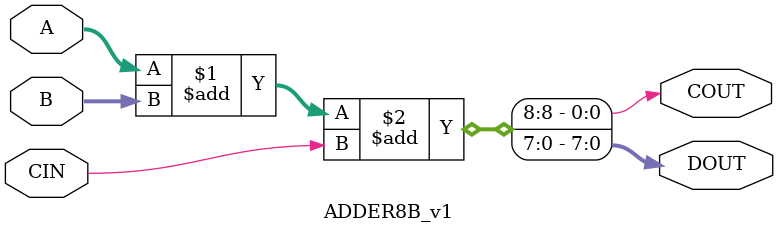
<source format=v>
module ADDER8B_v1(A,B,CIN,COUT,DOUT);
	input [7:0] A,B;
	input CIN;
	output [7:0] DOUT;
	output COUT;
	//加操作的进位进入并位COUT
	assign {COUT,DOUT} = A + B + CIN;
endmodule 
</source>
